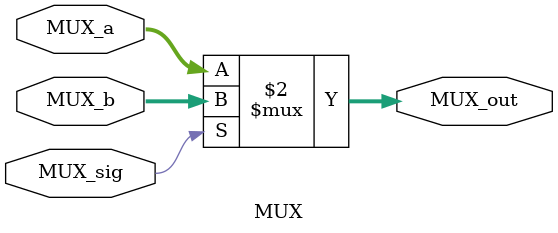
<source format=v>
module MUX (
	input [31:0] MUX_a, 
	input [31:0] MUX_b,
	input MUX_sig,	
	output [31:0] MUX_out
	);
	assign MUX_out = (MUX_sig == 1'b0) ? MUX_a : MUX_b;

endmodule


</source>
